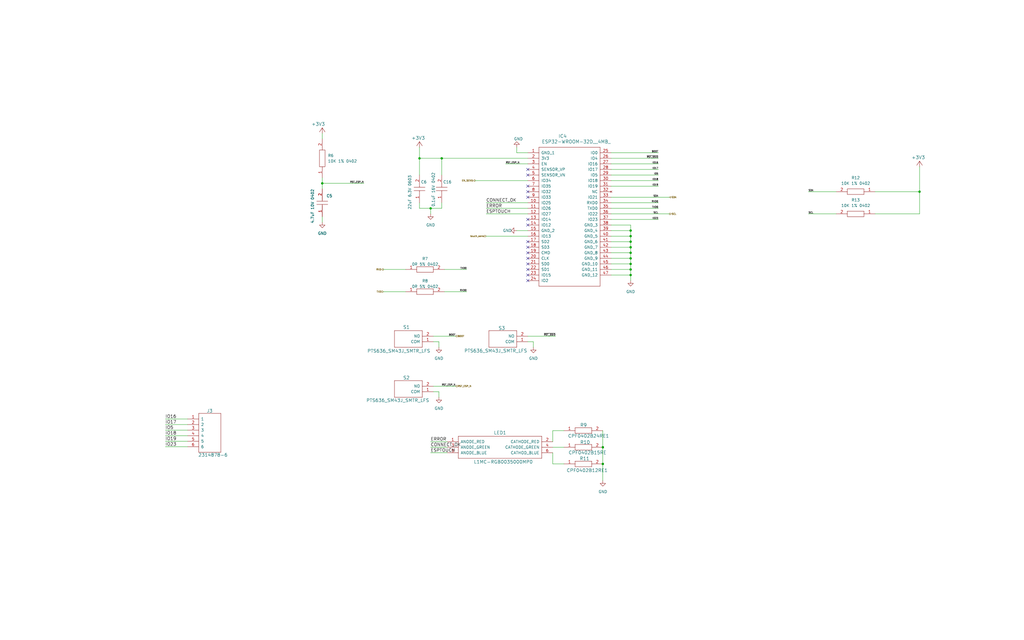
<source format=kicad_sch>
(kicad_sch (version 20211123) (generator eeschema)
  (paper "User" 468.147 292.633)
  (title_block (date "2021-11-15") (rev "v2.0"))
  (lib_symbols
    (symbol "esp32_moisture-eagle-import:+3V3" (power) (pin_names (offset 1.016))
      (property "Value" "+3V3" (at -2.54 -5.08 90))
      (symbol "+3V3_1_0"
        (polyline (pts (xy 0 0) (xy -1.27 -1.905)))
        (polyline (pts (xy 1.27 -1.905) (xy 0 0)))
        (pin power_in line (at 0 -2.54 90) (length 2.54) (name "+3V3") (number "1"))
      )
    )
    (symbol "esp32_moisture-eagle-import:2314878-6" (pin_names (offset 1.016))
      (property "Reference" "J" (at 16.51 7.62 0))
      (property "Value" "2314878-6" (at 16.51 5.08 0))
      (symbol "2314878-6_1_0"
        (polyline (pts (xy 5.08 2.54) (xy 5.08 -15.24)))
        (polyline (pts (xy 5.08 2.54) (xy 15.24 2.54)))
        (polyline (pts (xy 15.24 -15.24) (xy 5.08 -15.24)))
        (polyline (pts (xy 15.24 -15.24) (xy 15.24 2.54)))
        (pin bidirectional line (at 0 0 0) (length 5.08) (name "1") (number "1"))
        (pin bidirectional line (at 0 -2.54 0) (length 5.08) (name "2") (number "2"))
        (pin bidirectional line (at 0 -5.08 0) (length 5.08) (name "3") (number "3"))
        (pin bidirectional line (at 0 -7.62 0) (length 5.08) (name "4") (number "4"))
        (pin bidirectional line (at 0 -10.16 0) (length 5.08) (name "5") (number "5"))
        (pin bidirectional line (at 0 -12.7 0) (length 5.08) (name "6") (number "6"))
      )
    )
    (symbol "esp32_moisture-eagle-import:CPF0402B12RE1" (pin_names (offset 1.016))
      (property "Reference" "R" (at 13.97 6.35 0))
      (property "Value" "CPF0402B12RE1" (at 13.97 3.81 0))
      (symbol "CPF0402B12RE1_1_0"
        (polyline (pts (xy 5.08 1.27) (xy 5.08 -1.27)))
        (polyline (pts (xy 5.08 1.27) (xy 12.7 1.27)))
        (polyline (pts (xy 12.7 -1.27) (xy 5.08 -1.27)))
        (polyline (pts (xy 12.7 -1.27) (xy 12.7 1.27)))
        (pin bidirectional line (at 0 0 0) (length 5.08) (name "1") (number "1"))
        (pin bidirectional line (at 17.78 0 180) (length 5.08) (name "2") (number "2"))
      )
    )
    (symbol "esp32_moisture-eagle-import:CPF0402B15RE" (pin_names (offset 1.016))
      (property "Reference" "R" (at 13.97 6.35 0))
      (property "Value" "CPF0402B15RE" (at 13.97 3.81 0))
      (symbol "CPF0402B15RE_1_0"
        (polyline (pts (xy 5.08 1.27) (xy 5.08 -1.27)))
        (polyline (pts (xy 5.08 1.27) (xy 12.7 1.27)))
        (polyline (pts (xy 12.7 -1.27) (xy 5.08 -1.27)))
        (polyline (pts (xy 12.7 -1.27) (xy 12.7 1.27)))
        (pin bidirectional line (at 0 0 0) (length 5.08) (name "1") (number "1"))
        (pin bidirectional line (at 17.78 0 180) (length 5.08) (name "2") (number "2"))
      )
    )
    (symbol "esp32_moisture-eagle-import:CPF0402B24RE1" (pin_names (offset 1.016))
      (property "Reference" "R" (at 13.97 6.35 0))
      (property "Value" "CPF0402B24RE1" (at 13.97 3.81 0))
      (symbol "CPF0402B24RE1_1_0"
        (polyline (pts (xy 5.08 1.27) (xy 5.08 -1.27)))
        (polyline (pts (xy 5.08 1.27) (xy 12.7 1.27)))
        (polyline (pts (xy 12.7 -1.27) (xy 5.08 -1.27)))
        (polyline (pts (xy 12.7 -1.27) (xy 12.7 1.27)))
        (pin bidirectional line (at 0 0 0) (length 5.08) (name "1") (number "1"))
        (pin bidirectional line (at 17.78 0 180) (length 5.08) (name "2") (number "2"))
      )
    )
    (symbol "esp32_moisture-eagle-import:ESP32-WROOM-32D__4MB_" (pin_names (offset 1.016))
      (property "Reference" "IC" (at 34.29 7.62 0))
      (property "Value" "ESP32-WROOM-32D__4MB_" (at 34.29 5.08 0))
      (symbol "ESP32-WROOM-32D__4MB__1_0"
        (polyline (pts (xy 5.08 2.54) (xy 5.08 -60.96)))
        (polyline (pts (xy 5.08 2.54) (xy 33.02 2.54)))
        (polyline (pts (xy 33.02 -60.96) (xy 5.08 -60.96)))
        (polyline (pts (xy 33.02 -60.96) (xy 33.02 2.54)))
        (pin bidirectional line (at 0 0 0) (length 5.08) (name "GND_1") (number "1"))
        (pin bidirectional line (at 0 -22.86 0) (length 5.08) (name "IO25") (number "10"))
        (pin bidirectional line (at 0 -25.4 0) (length 5.08) (name "IO26") (number "11"))
        (pin bidirectional line (at 0 -27.94 0) (length 5.08) (name "IO27") (number "12"))
        (pin bidirectional line (at 0 -30.48 0) (length 5.08) (name "IO14") (number "13"))
        (pin bidirectional line (at 0 -33.02 0) (length 5.08) (name "IO12") (number "14"))
        (pin bidirectional line (at 0 -35.56 0) (length 5.08) (name "GND_2") (number "15"))
        (pin bidirectional line (at 0 -38.1 0) (length 5.08) (name "IO13") (number "16"))
        (pin bidirectional line (at 0 -40.64 0) (length 5.08) (name "SD2") (number "17"))
        (pin bidirectional line (at 0 -43.18 0) (length 5.08) (name "SD3") (number "18"))
        (pin bidirectional line (at 0 -45.72 0) (length 5.08) (name "CMD") (number "19"))
        (pin bidirectional line (at 0 -2.54 0) (length 5.08) (name "3V3") (number "2"))
        (pin bidirectional line (at 0 -48.26 0) (length 5.08) (name "CLK") (number "20"))
        (pin bidirectional line (at 0 -50.8 0) (length 5.08) (name "SD0") (number "21"))
        (pin bidirectional line (at 0 -53.34 0) (length 5.08) (name "SD1") (number "22"))
        (pin bidirectional line (at 0 -55.88 0) (length 5.08) (name "IO15") (number "23"))
        (pin bidirectional line (at 0 -58.42 0) (length 5.08) (name "IO2") (number "24"))
        (pin bidirectional line (at 38.1 0 180) (length 5.08) (name "IO0") (number "25"))
        (pin bidirectional line (at 38.1 -2.54 180) (length 5.08) (name "IO4") (number "26"))
        (pin bidirectional line (at 38.1 -5.08 180) (length 5.08) (name "IO16") (number "27"))
        (pin bidirectional line (at 38.1 -7.62 180) (length 5.08) (name "IO17") (number "28"))
        (pin bidirectional line (at 38.1 -10.16 180) (length 5.08) (name "IO5") (number "29"))
        (pin bidirectional line (at 0 -5.08 0) (length 5.08) (name "EN") (number "3"))
        (pin bidirectional line (at 38.1 -12.7 180) (length 5.08) (name "IO18") (number "30"))
        (pin bidirectional line (at 38.1 -15.24 180) (length 5.08) (name "IO19") (number "31"))
        (pin no_connect line (at 38.1 -17.78 180) (length 5.08) (name "NC") (number "32"))
        (pin bidirectional line (at 38.1 -20.32 180) (length 5.08) (name "IO21") (number "33"))
        (pin bidirectional line (at 38.1 -22.86 180) (length 5.08) (name "RXD0") (number "34"))
        (pin bidirectional line (at 38.1 -25.4 180) (length 5.08) (name "TXD0") (number "35"))
        (pin bidirectional line (at 38.1 -27.94 180) (length 5.08) (name "IO22") (number "36"))
        (pin bidirectional line (at 38.1 -30.48 180) (length 5.08) (name "IO23") (number "37"))
        (pin bidirectional line (at 38.1 -33.02 180) (length 5.08) (name "GND_3") (number "38"))
        (pin bidirectional line (at 38.1 -35.56 180) (length 5.08) (name "GND_4") (number "39"))
        (pin bidirectional line (at 0 -7.62 0) (length 5.08) (name "SENSOR_VP") (number "4"))
        (pin bidirectional line (at 38.1 -38.1 180) (length 5.08) (name "GND_5") (number "40"))
        (pin bidirectional line (at 38.1 -40.64 180) (length 5.08) (name "GND_6") (number "41"))
        (pin bidirectional line (at 38.1 -43.18 180) (length 5.08) (name "GND_7") (number "42"))
        (pin bidirectional line (at 38.1 -45.72 180) (length 5.08) (name "GND_8") (number "43"))
        (pin bidirectional line (at 38.1 -48.26 180) (length 5.08) (name "GND_9") (number "44"))
        (pin bidirectional line (at 38.1 -50.8 180) (length 5.08) (name "GND_10") (number "45"))
        (pin bidirectional line (at 38.1 -53.34 180) (length 5.08) (name "GND_11") (number "46"))
        (pin bidirectional line (at 38.1 -55.88 180) (length 5.08) (name "GND_12") (number "47"))
        (pin bidirectional line (at 0 -10.16 0) (length 5.08) (name "SENSOR_VN") (number "5"))
        (pin bidirectional line (at 0 -12.7 0) (length 5.08) (name "IO34") (number "6"))
        (pin bidirectional line (at 0 -15.24 0) (length 5.08) (name "IO35") (number "7"))
        (pin bidirectional line (at 0 -17.78 0) (length 5.08) (name "IO32") (number "8"))
        (pin bidirectional line (at 0 -20.32 0) (length 5.08) (name "IO33") (number "9"))
      )
    )
    (symbol "esp32_moisture-eagle-import:FRAME_B_L" (pin_names (offset 1.016))
      (symbol "FRAME_B_L_2_0"
        (polyline (pts (xy 0 0) (xy 0 5.08)))
        (polyline (pts (xy 0 0) (xy 71.12 0)))
        (polyline (pts (xy 0 5.08) (xy 0 15.24)))
        (polyline (pts (xy 0 5.08) (xy 71.12 5.08)))
        (polyline (pts (xy 0 15.24) (xy 0 22.86)))
        (polyline (pts (xy 0 22.86) (xy 0 35.56)))
        (polyline (pts (xy 0 22.86) (xy 101.6 22.86)))
        (polyline (pts (xy 71.12 0) (xy 101.6 0)))
        (polyline (pts (xy 71.12 5.08) (xy 71.12 0)))
        (polyline (pts (xy 71.12 5.08) (xy 87.63 5.08)))
        (polyline (pts (xy 87.63 5.08) (xy 101.6 5.08)))
        (polyline (pts (xy 87.63 15.24) (xy 0 15.24)))
        (polyline (pts (xy 87.63 15.24) (xy 87.63 5.08)))
        (polyline (pts (xy 101.6 5.08) (xy 101.6 0)))
        (polyline (pts (xy 101.6 15.24) (xy 87.63 15.24)))
        (polyline (pts (xy 101.6 15.24) (xy 101.6 5.08)))
        (polyline (pts (xy 101.6 22.86) (xy 101.6 15.24)))
        (polyline (pts (xy 101.6 35.56) (xy 0 35.56)))
        (polyline (pts (xy 101.6 35.56) (xy 101.6 22.86)))
        (text ">DRAWING_NAME" (at 17.78 19.05 0) (effects (font (size 2.159 2.159)) (justify left bottom)))
        (text ">LAST_DATE_TIME" (at 12.7 1.27 0) (effects (font (size 2.159 2.159)) (justify left bottom)))
        (text ">SHEET" (at 86.36 1.27 0) (effects (font (size 2.159 2.159)) (justify left bottom)))
        (text "Date:" (at 1.27 1.27 0) (effects (font (size 2.159 2.159)) (justify left bottom)))
        (text "Document Number:" (at 1.27 11.43 0) (effects (font (size 2.159 2.159)) (justify left bottom)))
        (text "REV:" (at 88.9 11.43 0) (effects (font (size 2.159 2.159)) (justify left bottom)))
        (text "Sheet:" (at 72.39 1.27 0) (effects (font (size 2.159 2.159)) (justify left bottom)))
        (text "TITLE:" (at 1.27 19.05 0) (effects (font (size 2.159 2.159)) (justify left bottom)))
      )
    )
    (symbol "esp32_moisture-eagle-import:L1MC-RGB0035000MP0" (pin_names (offset 1.016))
      (property "Reference" "LED" (at 44.45 7.62 0))
      (property "Value" "L1MC-RGB0035000MP0" (at 44.45 5.08 0))
      (symbol "L1MC-RGB0035000MP0_1_0"
        (polyline (pts (xy 5.08 2.54) (xy 5.08 -7.62)))
        (polyline (pts (xy 5.08 2.54) (xy 43.18 2.54)))
        (polyline (pts (xy 43.18 -7.62) (xy 5.08 -7.62)))
        (polyline (pts (xy 43.18 -7.62) (xy 43.18 2.54)))
        (pin bidirectional line (at 0 0 0) (length 5.08) (name "ANODE_RED") (number "1"))
        (pin bidirectional line (at 48.26 0 180) (length 5.08) (name "CATHODE_RED") (number "2"))
        (pin bidirectional line (at 0 -2.54 0) (length 5.08) (name "ANODE_GREEN") (number "3"))
        (pin bidirectional line (at 48.26 -2.54 180) (length 5.08) (name "CATHODE_GREEN") (number "4"))
        (pin bidirectional line (at 0 -5.08 0) (length 5.08) (name "ANODE_BLUE") (number "5"))
        (pin bidirectional line (at 48.26 -5.08 180) (length 5.08) (name "CATHOD_BLUE") (number "6"))
      )
    )
    (symbol "esp32_moisture-eagle-import:PTS636_SM43J_SMTR_LFS" (pin_names (offset 1.016))
      (property "Reference" "S" (at 19.05 7.62 0))
      (property "Value" "PTS636_SM43J_SMTR_LFS" (at 19.05 5.08 0))
      (symbol "PTS636_SM43J_SMTR_LFS_1_0"
        (polyline (pts (xy 5.08 2.54) (xy 5.08 -5.08)))
        (polyline (pts (xy 5.08 2.54) (xy 17.78 2.54)))
        (polyline (pts (xy 17.78 -5.08) (xy 5.08 -5.08)))
        (polyline (pts (xy 17.78 -5.08) (xy 17.78 2.54)))
        (pin bidirectional line (at 0 0 0) (length 5.08) (name "COM") (number "1"))
        (pin bidirectional line (at 0 -2.54 0) (length 5.08) (name "NO") (number "2"))
      )
    )
    (symbol "my_cap:0.1uF 16V 0402" (pin_names (offset 0.762))
      (property "Reference" "C" (at 8.89 6.35 0))
      (property "Value" "0.1uF 16V 0402" (at 8.89 3.81 0))
      (symbol "0.1uF 16V 0402_0_0"
        (pin passive line (at 0 0 0) (length 5.08) (name "~") (number "1"))
        (pin passive line (at 12.7 0 180) (length 5.08) (name "~") (number "2"))
      )
      (symbol "0.1uF 16V 0402_0_1"
        (polyline (pts (xy 5.08 0) (xy 5.588 0)) (stroke (width 0.1524)))
        (polyline (pts (xy 5.588 2.54) (xy 5.588 -2.54)) (stroke (width 0.1524)))
        (polyline (pts (xy 7.112 0) (xy 7.62 0)) (stroke (width 0.1524)))
        (polyline (pts (xy 7.112 2.54) (xy 7.112 -2.54)) (stroke (width 0.1524)))
      )
    )
    (symbol "my_cap:22uF 6.3V 0603" (pin_names (offset 0.762))
      (property "Reference" "C" (at 8.89 6.35 0))
      (property "Value" "22uF 6.3V 0603" (at 8.89 3.81 0))
      (symbol "22uF 6.3V 0603_0_0"
        (pin passive line (at 0 0 0) (length 5.08) (name "~") (number "1"))
        (pin passive line (at 12.7 0 180) (length 5.08) (name "~") (number "2"))
      )
      (symbol "22uF 6.3V 0603_0_1"
        (polyline (pts (xy 5.08 0) (xy 5.588 0)) (stroke (width 0.1524)))
        (polyline (pts (xy 5.588 2.54) (xy 5.588 -2.54)) (stroke (width 0.1524)))
        (polyline (pts (xy 7.112 0) (xy 7.62 0)) (stroke (width 0.1524)))
        (polyline (pts (xy 7.112 2.54) (xy 7.112 -2.54)) (stroke (width 0.1524)))
      )
    )
    (symbol "my_cap:4.7uF 10V 0402" (pin_names (offset 0.762))
      (property "Reference" "C" (at 8.89 6.35 0))
      (property "Value" "4.7uF 10V 0402" (at 8.89 3.81 0))
      (symbol "4.7uF 10V 0402_0_0"
        (pin passive line (at 0 0 0) (length 5.08) (name "~") (number "1"))
        (pin passive line (at 12.7 0 180) (length 5.08) (name "~") (number "2"))
      )
      (symbol "4.7uF 10V 0402_0_1"
        (polyline (pts (xy 5.08 0) (xy 5.588 0)) (stroke (width 0.1524)))
        (polyline (pts (xy 5.588 2.54) (xy 5.588 -2.54)) (stroke (width 0.1524)))
        (polyline (pts (xy 7.112 0) (xy 7.62 0)) (stroke (width 0.1524)))
        (polyline (pts (xy 7.112 2.54) (xy 7.112 -2.54)) (stroke (width 0.1524)))
      )
    )
    (symbol "my_res:0R 5% 0402" (pin_names (offset 0.762))
      (property "Reference" "R" (at 13.97 6.35 0))
      (property "Value" "0R 5% 0402" (at 13.97 3.81 0))
      (symbol "0R 5% 0402_0_0"
        (pin passive line (at 0 0 0) (length 5.08) (name "~") (number "1"))
        (pin passive line (at 17.78 0 180) (length 5.08) (name "~") (number "2"))
      )
      (symbol "0R 5% 0402_0_1"
        (polyline (pts (xy 5.08 1.27) (xy 12.7 1.27) (xy 12.7 -1.27) (xy 5.08 -1.27) (xy 5.08 1.27)) (stroke (width 0.1524)))
      )
    )
    (symbol "my_res:10K 1% 0402" (pin_names (offset 0.762))
      (property "Reference" "R" (at 13.97 6.35 0))
      (property "Value" "10K 1% 0402" (at 13.97 3.81 0))
      (symbol "10K 1% 0402_0_0"
        (pin passive line (at 0 0 0) (length 5.08) (name "~") (number "1"))
        (pin passive line (at 17.78 0 180) (length 5.08) (name "~") (number "2"))
      )
      (symbol "10K 1% 0402_0_1"
        (polyline (pts (xy 5.08 1.27) (xy 12.7 1.27) (xy 12.7 -1.27) (xy 5.08 -1.27) (xy 5.08 1.27)) (stroke (width 0.1524)))
      )
    )
    (symbol "power:GND" (power) (pin_names (offset 0))
      (property "Value" "GND" (at 0 -3.81 0))
      (symbol "GND_0_1"
        (polyline (pts (xy 0 0) (xy 0 -1.27) (xy 1.27 -1.27) (xy 0 -2.54) (xy -1.27 -1.27) (xy 0 -1.27)))
      )
      (symbol "GND_1_1"
        (pin power_in line (at 0 0 270) (length 0) hide (name "GND") (number "1"))
      )
    )
  )
  (junction (at 288.29 125.73))
  (junction (at 275.59 212.09))
  (junction (at 288.29 120.65))
  (junction (at 288.29 110.49))
  (junction (at 275.59 204.47))
  (junction (at 288.29 115.57))
  (junction (at 196.85 95.25))
  (junction (at 288.29 107.95))
  (junction (at 288.29 113.03))
  (junction (at 420.37 87.63))
  (junction (at 288.29 118.11))
  (junction (at 288.29 105.41))
  (junction (at 201.93 72.39))
  (junction (at 147.32 83.82))
  (junction (at 288.29 123.19))
  (junction (at 191.77 72.39))
  (no_connect (at 241.3 85.09))
  (no_connect (at 241.3 87.63))
  (no_connect (at 241.3 90.17))
  (no_connect (at 241.3 77.47))
  (no_connect (at 241.3 80.01))
  (no_connect (at 241.3 100.33))
  (no_connect (at 241.3 102.87))
  (no_connect (at 241.3 110.49))
  (no_connect (at 241.3 113.03))
  (no_connect (at 241.3 115.57))
  (no_connect (at 241.3 118.11))
  (no_connect (at 241.3 120.65))
  (no_connect (at 241.3 123.19))
  (no_connect (at 241.3 125.73))
  (no_connect (at 241.3 128.27))
  (wire (pts (xy 236.22 69.85) (xy 236.22 67.31)))
  (wire (pts (xy 257.81 204.47) (xy 252.73 204.47)))
  (wire (pts (xy 279.4 80.01) (xy 300.99 80.01)))
  (wire (pts (xy 243.84 156.21) (xy 243.84 158.75)))
  (wire (pts (xy 147.32 81.28) (xy 147.32 83.82)))
  (wire (pts (xy 85.7504 199.1614) (xy 75.5904 199.1614)))
  (wire (pts (xy 288.29 123.19) (xy 279.4 123.19)))
  (wire (pts (xy 241.3 105.41) (xy 236.22 105.41)))
  (wire (pts (xy 279.4 82.55) (xy 300.99 82.55)))
  (wire (pts (xy 288.29 110.49) (xy 288.29 113.03)))
  (wire (pts (xy 198.12 179.07) (xy 200.66 179.07)))
  (wire (pts (xy 185.42 133.35) (xy 175.26 133.35)))
  (wire (pts (xy 241.3 156.21) (xy 243.84 156.21)))
  (wire (pts (xy 279.4 77.47) (xy 300.99 77.47)))
  (wire (pts (xy 288.29 125.73) (xy 288.29 128.27)))
  (wire (pts (xy 185.42 123.19) (xy 175.26 123.19)))
  (wire (pts (xy 288.29 113.03) (xy 279.4 113.03)))
  (wire (pts (xy 241.3 97.79) (xy 222.25 97.79)))
  (wire (pts (xy 288.29 113.03) (xy 288.29 115.57)))
  (wire (pts (xy 191.77 72.39) (xy 191.77 80.01)))
  (wire (pts (xy 306.07 90.17) (xy 279.4 90.17)))
  (wire (pts (xy 217.17 82.55) (xy 241.3 82.55)))
  (wire (pts (xy 198.12 153.67) (xy 208.28 153.67)))
  (wire (pts (xy 203.2 133.35) (xy 213.36 133.35)))
  (wire (pts (xy 279.4 72.39) (xy 300.99 72.39)))
  (wire (pts (xy 191.77 92.71) (xy 191.77 95.25)))
  (wire (pts (xy 241.3 74.93) (xy 231.14 74.93)))
  (wire (pts (xy 279.4 74.93) (xy 300.99 74.93)))
  (wire (pts (xy 241.3 69.85) (xy 236.22 69.85)))
  (wire (pts (xy 241.3 153.67) (xy 254 153.67)))
  (wire (pts (xy 288.29 105.41) (xy 288.29 107.95)))
  (wire (pts (xy 147.32 99.06) (xy 147.32 101.6)))
  (wire (pts (xy 241.3 95.25) (xy 222.25 95.25)))
  (wire (pts (xy 420.37 87.63) (xy 420.37 97.79)))
  (wire (pts (xy 196.85 207.01) (xy 204.47 207.01)))
  (wire (pts (xy 420.37 97.79) (xy 400.05 97.79)))
  (wire (pts (xy 241.3 72.39) (xy 201.93 72.39)))
  (wire (pts (xy 275.59 212.09) (xy 275.59 219.71)))
  (wire (pts (xy 200.66 156.21) (xy 200.66 158.75)))
  (wire (pts (xy 200.66 179.07) (xy 200.66 181.61)))
  (wire (pts (xy 222.25 107.95) (xy 241.3 107.95)))
  (wire (pts (xy 85.7504 201.7014) (xy 75.5904 201.7014)))
  (wire (pts (xy 196.85 204.47) (xy 204.47 204.47)))
  (wire (pts (xy 288.29 115.57) (xy 288.29 118.11)))
  (wire (pts (xy 288.29 110.49) (xy 279.4 110.49)))
  (wire (pts (xy 288.29 102.87) (xy 279.4 102.87)))
  (wire (pts (xy 279.4 95.25) (xy 300.99 95.25)))
  (wire (pts (xy 147.32 60.96) (xy 147.32 63.5)))
  (wire (pts (xy 85.7504 196.6214) (xy 75.5904 196.6214)))
  (wire (pts (xy 306.07 97.79) (xy 279.4 97.79)))
  (wire (pts (xy 191.77 67.31) (xy 191.77 72.39)))
  (wire (pts (xy 288.29 125.73) (xy 279.4 125.73)))
  (wire (pts (xy 288.29 115.57) (xy 279.4 115.57)))
  (wire (pts (xy 257.81 196.85) (xy 252.73 196.85)))
  (wire (pts (xy 288.29 107.95) (xy 279.4 107.95)))
  (wire (pts (xy 196.85 95.25) (xy 201.93 95.25)))
  (wire (pts (xy 241.3 92.71) (xy 222.25 92.71)))
  (wire (pts (xy 369.57 97.79) (xy 382.27 97.79)))
  (wire (pts (xy 288.29 118.11) (xy 279.4 118.11)))
  (wire (pts (xy 85.7504 204.2414) (xy 75.5904 204.2414)))
  (wire (pts (xy 196.85 95.25) (xy 196.85 97.79)))
  (wire (pts (xy 196.85 201.93) (xy 204.47 201.93)))
  (wire (pts (xy 288.29 123.19) (xy 288.29 125.73)))
  (wire (pts (xy 191.77 95.25) (xy 196.85 95.25)))
  (wire (pts (xy 201.93 95.25) (xy 201.93 92.71)))
  (wire (pts (xy 420.37 76.2) (xy 420.37 87.63)))
  (wire (pts (xy 85.7504 191.5414) (xy 75.5904 191.5414)))
  (wire (pts (xy 275.59 196.85) (xy 275.59 204.47)))
  (wire (pts (xy 147.32 83.82) (xy 147.32 86.36)))
  (wire (pts (xy 400.05 87.63) (xy 420.37 87.63)))
  (wire (pts (xy 279.4 69.85) (xy 300.99 69.85)))
  (wire (pts (xy 147.32 83.82) (xy 166.37 83.82)))
  (wire (pts (xy 198.12 176.53) (xy 208.28 176.53)))
  (wire (pts (xy 201.93 72.39) (xy 201.93 80.01)))
  (wire (pts (xy 369.57 87.63) (xy 382.27 87.63)))
  (wire (pts (xy 198.12 156.21) (xy 200.66 156.21)))
  (wire (pts (xy 288.29 102.87) (xy 288.29 105.41)))
  (wire (pts (xy 203.2 123.19) (xy 213.36 123.19)))
  (wire (pts (xy 275.59 204.47) (xy 275.59 212.09)))
  (wire (pts (xy 288.29 120.65) (xy 279.4 120.65)))
  (wire (pts (xy 279.4 92.71) (xy 300.99 92.71)))
  (wire (pts (xy 201.93 72.39) (xy 191.77 72.39)))
  (wire (pts (xy 252.73 207.01) (xy 252.73 212.09)))
  (wire (pts (xy 279.4 85.09) (xy 300.99 85.09)))
  (wire (pts (xy 288.29 118.11) (xy 288.29 120.65)))
  (wire (pts (xy 252.73 196.85) (xy 252.73 201.93)))
  (wire (pts (xy 288.29 120.65) (xy 288.29 123.19)))
  (wire (pts (xy 279.4 100.33) (xy 300.99 100.33)))
  (wire (pts (xy 252.73 212.09) (xy 257.81 212.09)))
  (wire (pts (xy 288.29 107.95) (xy 288.29 110.49)))
  (wire (pts (xy 85.7504 194.0814) (xy 75.5904 194.0814)))
  (wire (pts (xy 288.29 105.41) (xy 279.4 105.41)))
  (label "RXD0" (at 300.99 92.71 180) (effects (font (size 0.762 0.762))))
  (label "TXD0" (at 213.36 123.19 180) (effects (font (size 0.762 0.762))))
  (label "SCL" (at 369.57 97.79 0) (effects (font (size 0.762 0.762))))
  (label "IO23" (at 300.99 100.33 180) (effects (font (size 0.762 0.762))))
  (label "~{RST_SSID}" (at 300.99 72.39 180) (effects (font (size 0.762 0.762))))
  (label "SDA" (at 300.99 90.17 180) (effects (font (size 0.762 0.762))))
  (label "ERROR" (at 196.85 201.93 0) (effects (font (size 1.4224 1.4224))))
  (label "IO18" (at 300.99 82.55 180) (effects (font (size 0.762 0.762))))
  (label "IO23" (at 75.5904 204.2414 0) (effects (font (size 1.4224 1.4224))))
  (label "IO17" (at 75.5904 194.0814 0) (effects (font (size 1.4224 1.4224))))
  (label "RST_ESP_N" (at 208.28 176.53 180) (effects (font (size 0.762 0.762))))
  (label "IO16" (at 75.5904 191.5414 0) (effects (font (size 1.4224 1.4224))))
  (label "BOOT" (at 300.99 69.85 180) (effects (font (size 0.762 0.762))))
  (label "RST_ESP_N" (at 166.37 83.82 180) (effects (font (size 0.762 0.762))))
  (label "IO19" (at 300.99 85.09 180) (effects (font (size 0.762 0.762))))
  (label "CONNECT_OK" (at 222.25 92.71 0) (effects (font (size 1.4224 1.4224))))
  (label "IO18" (at 75.5904 199.1614 0) (effects (font (size 1.4224 1.4224))))
  (label "RXD0" (at 213.36 133.35 180) (effects (font (size 0.762 0.762))))
  (label "BOOT" (at 208.28 153.67 180) (effects (font (size 0.762 0.762))))
  (label "IO17" (at 300.99 77.47 180) (effects (font (size 0.762 0.762))))
  (label "IO16" (at 300.99 74.93 180) (effects (font (size 0.762 0.762))))
  (label "SDA" (at 369.57 87.63 0) (effects (font (size 0.762 0.762))))
  (label "IO19" (at 75.5904 201.7014 0) (effects (font (size 1.4224 1.4224))))
  (label "IO5" (at 75.5904 196.6214 0) (effects (font (size 1.4224 1.4224))))
  (label "TXD0" (at 300.99 95.25 180) (effects (font (size 0.762 0.762))))
  (label "~{RST_SSID}" (at 254 153.67 180) (effects (font (size 0.762 0.762))))
  (label "ERROR" (at 222.25 95.25 0) (effects (font (size 1.4224 1.4224))))
  (label "SCL" (at 300.99 97.79 180) (effects (font (size 0.762 0.762))))
  (label "IO5" (at 300.99 80.01 180) (effects (font (size 0.762 0.762))))
  (label "ESPTOUCH" (at 222.25 97.79 0) (effects (font (size 1.4224 1.4224))))
  (label "CONNECT_OK" (at 196.85 204.47 0) (effects (font (size 1.4224 1.4224))))
  (label "ESPTOUCH" (at 196.85 207.01 0) (effects (font (size 1.4224 1.4224))))
  (label "RST_ESP_N" (at 231.14 74.93 0) (effects (font (size 0.762 0.762))))
  (hierarchical_label "SDA" (shape bidirectional) (at 306.07 90.17 0) (effects (font (size 0.762 0.762))))
  (hierarchical_label "EN_SENS" (shape output) (at 217.17 82.55 180) (effects (font (size 0.762 0.762))))
  (hierarchical_label "SCL" (shape output) (at 306.07 97.79 0) (effects (font (size 0.762 0.762))))
  (hierarchical_label "BOOT" (shape input) (at 208.28 153.67 0) (effects (font (size 0.762 0.762))))
  (hierarchical_label "RXD" (shape output) (at 175.26 123.19 180) (effects (font (size 0.762 0.762))))
  (hierarchical_label "RST_ESP_N" (shape input) (at 208.28 176.53 0) (effects (font (size 0.762 0.762))))
  (hierarchical_label "touch_sens" (shape input) (at 222.25 107.95 180) (effects (font (size 0.762 0.762))))
  (hierarchical_label "TXD" (shape input) (at 175.26 133.35 180) (effects (font (size 0.762 0.762))))
  (symbol (lib_id "esp32_moisture-eagle-import:ESP32-WROOM-32D__4MB_") (at 241.3 69.85 0) (unit 1)
    (property "Reference" "IC4" (at 255.27 62.23 0) (effects (font (size 1.4986 1.4986)) (justify left)))
    (property "Value" "ESP32-WROOM-32D__4MB_" (at 247.65 64.77 0) (effects (font (size 1.4986 1.4986)) (justify left)))
    (property "Footprint" "esp32_moisture:ESP32WROOM32D4MB" (effects hide))
  )
  (symbol (lib_id "esp32_moisture-eagle-import:CPF0402B15RE") (at 257.81 204.47 0) (unit 1)
    (property "Reference" "R10" (at 265.1506 202.184 0) (effects (font (size 1.4986 1.4986)) (justify left)))
    (property "Value" "CPF0402B15RE" (at 259.8674 206.9084 0) (effects (font (size 1.4986 1.4986)) (justify left)))
    (property "Footprint" "esp32_moisture:RESC1005X35N" (effects hide))
  )
  (symbol (lib_id "esp32_moisture-eagle-import:CPF0402B24RE1") (at 257.81 196.85 0) (unit 1)
    (property "Reference" "R9" (at 265.1506 194.3354 0) (effects (font (size 1.4986 1.4986)) (justify left)))
    (property "Value" "CPF0402B24RE1" (at 259.6134 199.2884 0) (effects (font (size 1.4986 1.4986)) (justify left)))
    (property "Footprint" "esp32_moisture:RESC1005X35N" (effects hide))
  )
  (symbol (lib_id "esp32_moisture-eagle-import:2314878-6") (at 85.7504 191.5414 0) (unit 1)
    (property "Reference" "J3" (at 94.4372 187.833 0) (effects (font (size 1.4986 1.4986)) (justify left)))
    (property "Value" "2314878-6" (at 90.6018 207.9752 0) (effects (font (size 1.4986 1.4986)) (justify left)))
    (property "Footprint" "esp32_moisture:RHDR6W40P0X200_1X6_1200X210X45" (effects hide))
  )
  (symbol (lib_id "esp32_moisture-eagle-import:PTS636_SM43J_SMTR_LFS") (at 241.3 156.21 180) (unit 1)
    (property "Reference" "S3" (at 230.9368 150.0124 0) (effects (font (size 1.4986 1.4986)) (justify left)))
    (property "Value" "PTS636_SM43J_SMTR_LFS" (at 241.046 160.3502 0) (effects (font (size 1.4986 1.4986)) (justify left)))
    (property "Footprint" "esp32_moisture:PTS636SM43JSMTRLFS" (effects hide))
  )
  (symbol (lib_id "esp32_moisture-eagle-import:PTS636_SM43J_SMTR_LFS") (at 198.12 156.21 180) (unit 1)
    (property "Reference" "S1" (at 187.3504 149.5806 0) (effects (font (size 1.4986 1.4986)) (justify left)))
    (property "Value" "PTS636_SM43J_SMTR_LFS" (at 196.7484 160.4264 0) (effects (font (size 1.4986 1.4986)) (justify left)))
    (property "Footprint" "esp32_moisture:PTS636SM43JSMTRLFS" (effects hide))
  )
  (symbol (lib_id "esp32_moisture-eagle-import:+3V3") (at 420.37 73.66 0) (unit 1)
    (property "Reference" "#+3V05" (effects hide))
    (property "Value" "+3V3" (at 422.91 71.12 0) (effects (font (size 1.4986 1.4986)) (justify right top)))
  )
  (symbol (lib_id "esp32_moisture-eagle-import:L1MC-RGB0035000MP0") (at 204.47 201.93 0) (unit 1)
    (property "Reference" "LED1" (at 225.7298 197.8406 0) (effects (font (size 1.4986 1.4986)) (justify left)))
    (property "Value" "L1MC-RGB0035000MP0" (at 216.535 211.1502 0) (effects (font (size 1.4986 1.4986)) (justify left)))
    (property "Footprint" "esp32_moisture:L1MCRGB0035000MP0" (effects hide))
  )
  (symbol (lib_id "esp32_moisture-eagle-import:+3V3") (at 147.32 58.42 0) (unit 1)
    (property "Reference" "#+3V03" (effects hide))
    (property "Value" "+3V3" (at 148.59 55.88 0) (effects (font (size 1.4986 1.4986)) (justify right top)))
  )
  (symbol (lib_id "esp32_moisture-eagle-import:+3V3") (at 191.77 64.77 0) (unit 1)
    (property "Reference" "#+3V04" (effects hide))
    (property "Value" "+3V3" (at 194.31 62.23 0) (effects (font (size 1.4986 1.4986)) (justify right top)))
  )
  (symbol (lib_id "esp32_moisture-eagle-import:CPF0402B12RE1") (at 257.81 212.09 0) (unit 1)
    (property "Reference" "R11" (at 264.922 209.6262 0) (effects (font (size 1.4986 1.4986)) (justify left)))
    (property "Value" "CPF0402B12RE1" (at 258.9784 215.0364 0) (effects (font (size 1.4986 1.4986)) (justify left)))
    (property "Footprint" "esp32_moisture:RESC1005X35N" (effects hide))
  )
  (symbol (lib_id "esp32_moisture-eagle-import:FRAME_B_L") (at 20.32 271.78 0) (unit 1)
    (property "Reference" "#FRAME2" (effects hide))
    (property "Value" "FRAME_B_L" (effects hide))
  )
  (symbol (lib_id "esp32_moisture-eagle-import:PTS636_SM43J_SMTR_LFS") (at 198.12 179.07 180) (unit 1)
    (property "Reference" "S2" (at 187.3504 172.6946 0) (effects (font (size 1.4986 1.4986)) (justify left)))
    (property "Value" "PTS636_SM43J_SMTR_LFS" (at 196.2658 183.0324 0) (effects (font (size 1.4986 1.4986)) (justify left)))
    (property "Footprint" "esp32_moisture:PTS636SM43JSMTRLFS" (effects hide))
  )
  (symbol (lib_id "power:GND") (at 196.85 97.79 0) (unit 1)
    (property "Reference" "#PWR013" (effects hide))
    (property "Value" "GND" (at 196.85 102.87 0))
  )
  (symbol (lib_id "my_res:0R 5% 0402") (at 185.42 133.35 0) (unit 1)
    (property "Reference" "R8" (at 194.31 128.431 0))
    (property "Value" "0R 5% 0402" (at 194.31 130.9679 0))
    (property "Footprint" "R_0402_1005Metric" (effects hide))
    (property "Datasheet" "https://www.bourns.com/pdfs/CR0402.pdf" (effects hide))
    (property "Description" "SMD 0402 thick film resistor jumper 0R Bourns CR0402 Series Thick Film Surface Mount Fixed Resistor 402 Case 0 +/-5% 0.063W -250  +500ppm/C" (effects hide))
    (property "Height" "0.4" (effects hide))
    (property "Manufacturer_Name" "Bourns" (effects hide))
    (property "Manufacturer_Part_Number" "CR0402-J/-000GLF" (effects hide))
    (property "Mouser Part Number" "652-CR0402-J/-000GLF" (effects hide))
    (property "Mouser Price/Stock" "https://www.mouser.co.uk/ProductDetail/Bourns/CR0402-J-000GLF?qs=fUi2qSStIGAdmnvM3j05pw%3D%3D" (effects hide))
    (property "Arrow Part Number" "CR0402-J/-000GLF" (effects hide))
    (property "Arrow Price/Stock" "https://www.arrow.com/en/products/cr0402-j-000glf/bourns?region=nac" (effects hide))
  )
  (symbol (lib_id "my_res:0R 5% 0402") (at 185.42 123.19 0) (unit 1)
    (property "Reference" "R7" (at 194.31 118.271 0))
    (property "Value" "0R 5% 0402" (at 194.31 120.8079 0))
    (property "Footprint" "R_0402_1005Metric" (effects hide))
    (property "Datasheet" "https://www.bourns.com/pdfs/CR0402.pdf" (effects hide))
    (property "Description" "SMD 0402 thick film resistor jumper 0R Bourns CR0402 Series Thick Film Surface Mount Fixed Resistor 402 Case 0 +/-5% 0.063W -250  +500ppm/C" (effects hide))
    (property "Height" "0.4" (effects hide))
    (property "Manufacturer_Name" "Bourns" (effects hide))
    (property "Manufacturer_Part_Number" "CR0402-J/-000GLF" (effects hide))
    (property "Mouser Part Number" "652-CR0402-J/-000GLF" (effects hide))
    (property "Mouser Price/Stock" "https://www.mouser.co.uk/ProductDetail/Bourns/CR0402-J-000GLF?qs=fUi2qSStIGAdmnvM3j05pw%3D%3D" (effects hide))
    (property "Arrow Part Number" "CR0402-J/-000GLF" (effects hide))
    (property "Arrow Price/Stock" "https://www.arrow.com/en/products/cr0402-j-000glf/bourns?region=nac" (effects hide))
  )
  (symbol (lib_id "my_res:10K 1% 0402") (at 400.05 87.63 180) (unit 1)
    (property "Reference" "R12" (at 391.16 81.28 0))
    (property "Value" "10K 1% 0402" (at 391.16 83.82 0))
    (property "Footprint" "R_0402_1005Metric" (effects hide))
    (property "Datasheet" "https://www.yageo.com/upload/media/product/productsearch/datasheet/rchip/PYu-AC_51_RoHS_L_7.pdf" (effects hide))
    (property "Description" "Yageo 10k, 0402 Thick Film Resistor 1% 0.0625W - AC0402FR-0710KL" (effects hide))
    (property "Height" "0.37" (effects hide))
    (property "Manufacturer_Name" "YAGEO (PHYCOMP)" (effects hide))
    (property "Manufacturer_Part_Number" "AC0402FR-0710KL" (effects hide))
    (property "Mouser Part Number" "603-AC0402FR-0710KL" (effects hide))
    (property "Mouser Price/Stock" "https://www.mouser.co.uk/ProductDetail/Yageo/AC0402FR-0710KL?qs=yhV1fb9g%2FKYkR5U3B7upEQ%3D%3D" (effects hide))
    (property "Arrow Part Number" "AC0402FR-0710KL" (effects hide))
    (property "Arrow Price/Stock" "https://www.arrow.com/en/products/ac0402fr-0710kl/yageo" (effects hide))
  )
  (symbol (lib_id "power:GND") (at 200.66 181.61 0) (unit 1)
    (property "Reference" "#PWR015" (effects hide))
    (property "Value" "GND" (at 200.66 186.69 0))
  )
  (symbol (lib_id "my_res:10K 1% 0402") (at 147.32 81.28 90) (unit 1)
    (property "Reference" "R6" (at 149.86 71.1199 90) (effects (justify right)))
    (property "Value" "10K 1% 0402" (at 149.86 73.6599 90) (effects (justify right)))
    (property "Footprint" "R_0402_1005Metric" (effects hide))
    (property "Datasheet" "https://www.yageo.com/upload/media/product/productsearch/datasheet/rchip/PYu-AC_51_RoHS_L_7.pdf" (effects hide))
    (property "Description" "Yageo 10k, 0402 Thick Film Resistor 1% 0.0625W - AC0402FR-0710KL" (effects hide))
    (property "Height" "0.37" (effects hide))
    (property "Manufacturer_Name" "YAGEO (PHYCOMP)" (effects hide))
    (property "Manufacturer_Part_Number" "AC0402FR-0710KL" (effects hide))
    (property "Mouser Part Number" "603-AC0402FR-0710KL" (effects hide))
    (property "Mouser Price/Stock" "https://www.mouser.co.uk/ProductDetail/Yageo/AC0402FR-0710KL?qs=yhV1fb9g%2FKYkR5U3B7upEQ%3D%3D" (effects hide))
    (property "Arrow Part Number" "AC0402FR-0710KL" (effects hide))
    (property "Arrow Price/Stock" "https://www.arrow.com/en/products/ac0402fr-0710kl/yageo" (effects hide))
  )
  (symbol (lib_id "power:GND") (at 236.22 67.31 180) (unit 1)
    (property "Reference" "#PWR016" (effects hide))
    (property "Value" "GND" (at 234.95 63.5 0) (effects (justify right)))
  )
  (symbol (lib_id "my_res:10K 1% 0402") (at 400.05 97.79 180) (unit 1)
    (property "Reference" "R13" (at 391.16 91.44 0))
    (property "Value" "10K 1% 0402" (at 391.16 93.98 0))
    (property "Footprint" "R_0402_1005Metric" (effects hide))
    (property "Datasheet" "https://www.yageo.com/upload/media/product/productsearch/datasheet/rchip/PYu-AC_51_RoHS_L_7.pdf" (effects hide))
    (property "Description" "Yageo 10k, 0402 Thick Film Resistor 1% 0.0625W - AC0402FR-0710KL" (effects hide))
    (property "Height" "0.37" (effects hide))
    (property "Manufacturer_Name" "YAGEO (PHYCOMP)" (effects hide))
    (property "Manufacturer_Part_Number" "AC0402FR-0710KL" (effects hide))
    (property "Mouser Part Number" "603-AC0402FR-0710KL" (effects hide))
    (property "Mouser Price/Stock" "https://www.mouser.co.uk/ProductDetail/Yageo/AC0402FR-0710KL?qs=yhV1fb9g%2FKYkR5U3B7upEQ%3D%3D" (effects hide))
    (property "Arrow Part Number" "AC0402FR-0710KL" (effects hide))
    (property "Arrow Price/Stock" "https://www.arrow.com/en/products/ac0402fr-0710kl/yageo" (effects hide))
  )
  (symbol (lib_id "power:GND") (at 243.84 158.75 0) (unit 1)
    (property "Reference" "#PWR018" (effects hide))
    (property "Value" "GND" (at 243.84 163.83 0))
  )
  (symbol (lib_id "power:GND") (at 288.29 128.27 0) (unit 1)
    (property "Reference" "#PWR020" (effects hide))
    (property "Value" "GND" (at 288.29 133.35 0))
  )
  (symbol (lib_id "power:GND") (at 236.22 105.41 270) (unit 1)
    (property "Reference" "#PWR017" (effects hide))
    (property "Value" "GND" (at 229.87 105.41 90) (effects (justify left)))
  )
  (symbol (lib_id "power:GND") (at 275.59 219.71 0) (unit 1)
    (property "Reference" "#PWR019" (effects hide))
    (property "Value" "GND" (at 275.59 224.79 0))
  )
  (symbol (lib_id "my_cap:4.7uF 10V 0402") (at 147.32 99.06 90) (unit 1)
    (property "Reference" "C5" (at 149.225 89.535 90) (effects (justify right)))
    (property "Value" "4.7uF 10V 0402" (at 142.875 86.36 0) (effects (justify right)))
    (property "Footprint" "C_0402_1005Metric" (effects hide))
    (property "Datasheet" "https://product.tdk.com/system/files/dam/doc/product/capacitor/ceramic/mlcc/catalog/mlcc_commercial_general_en.pdf" (effects hide))
    (property "Description" "MULTILAYER CERAMIC CHIP CAPACITORS, 1005, Commercial grade, general (Up to 75V)" (effects hide))
    (property "Height" "0.55" (effects hide))
    (property "Manufacturer_Name" "TDK" (effects hide))
    (property "Manufacturer_Part_Number" "C1005X5R1A475K050BC" (effects hide))
    (property "Mouser Part Number" "810-C1005X5R1A475KBC" (effects hide))
    (property "Mouser Price/Stock" "https://www.mouser.co.uk/ProductDetail/TDK/C1005X5R1A475K050BC?qs=6JAMGB%252BEdkwNVJnvSHlfuQ%3D%3D" (effects hide))
    (property "Arrow Part Number" "C1005X5R1A475K050BC" (effects hide))
    (property "Arrow Price/Stock" "https://www.arrow.com/en/products/c1005x5r1a475k050bc/tdk?region=nac" (effects hide))
  )
  (symbol (lib_id "my_cap:22uF 6.3V 0603") (at 191.77 92.71 90) (unit 1)
    (property "Reference" "C6" (at 192.405 83.185 90) (effects (justify right)))
    (property "Value" "22uF 6.3V 0603" (at 187.325 80.01 0) (effects (justify right)))
    (property "Footprint" "C_0603_1608Metric" (effects hide))
    (property "Datasheet" "https://psearch.en.murata.com/capacitor/product/GRM188R60J226MEA0%23.html" (effects hide))
    (property "Description" "Multilayer Ceramic Capacitors MLCC - SMD/SMT 0603 22uF 6.3volts *Derate Voltage/Temp" (effects hide))
    (property "Height" "0.9" (effects hide))
    (property "Manufacturer_Name" "Murata Electronics" (effects hide))
    (property "Manufacturer_Part_Number" "GRM188R60J226MEA0D" (effects hide))
    (property "Mouser Part Number" "81-GRM188R60J226ME0D" (effects hide))
    (property "Mouser Price/Stock" "https://www.mouser.co.uk/ProductDetail/Murata-Electronics/GRM188R60J226MEA0D?qs=p%2FZgMVRdWRkAKoLX3oNjgw%3D%3D" (effects hide))
    (property "Arrow Part Number" "GRM188R60J226MEA0D" (effects hide))
    (property "Arrow Price/Stock" "https://www.arrow.com/en/products/grm188r60j226mea0d/murata-manufacturing?region=nac" (effects hide))
  )
  (symbol (lib_id "power:GND") (at 200.66 158.75 0) (unit 1)
    (property "Reference" "#PWR014" (effects hide))
    (property "Value" "GND" (at 200.66 163.83 0))
  )
  (symbol (lib_id "my_cap:0.1uF 16V 0402") (at 201.93 92.71 90) (unit 1)
    (property "Reference" "C16" (at 202.565 83.185 90) (effects (justify right)))
    (property "Value" "0.1uF 16V 0402" (at 198.12 78.74 0) (effects (justify right)))
    (property "Footprint" "C_0402_1005Metric" (effects hide))
    (property "Datasheet" "https://datasheet.datasheetarchive.com/originals/distributors/Datasheets_SAMA/ec4f1577dddcc7a13ddad897a28002d3.pdf" (effects hide))
    (property "Description" "Ceramic  SMT capacitor 100nF 16Vdc Murata 0402 GRM 100nF Ceramic Multilayer Capacitor, 16 V dc X7R Dielectric ??10%" (effects hide))
    (property "Height" "0.55" (effects hide))
    (property "Manufacturer_Name" "Murata Electronics" (effects hide))
    (property "Manufacturer_Part_Number" "GRM155R71C104KA88D" (effects hide))
    (property "Mouser Part Number" "N/A" (effects hide))
    (property "Arrow Part Number" "GRM155R71C104KA88D" (effects hide))
    (property "Arrow Price/Stock" "https://www.arrow.com/en/products/grm155r71c104ka88d/murata-manufacturing?region=nac" (effects hide))
  )
  (symbol (lib_id "power:GND") (at 147.32 101.6 0) (unit 1)
    (property "Reference" "#PWR012" (effects hide))
    (property "Value" "GND" (at 147.32 106.68 0))
  )
)
</source>
